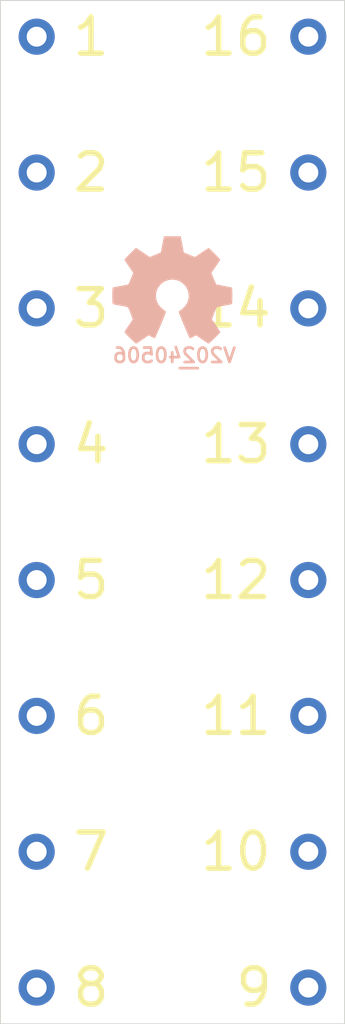
<source format=kicad_pcb>
(kicad_pcb (version 20221018) (generator pcbnew)
  (layers (0 "F.Cu" mixed) (31 "B.Cu" mixed) (34 "B.Paste" user) (35 "F.Paste" user) (36 "B.SilkS" user "B.Silkscreen") (37 "F.SilkS" user "F.Silkscreen") (38 "B.Mask" user) (39 "F.Mask" user) (44 "Edge.Cuts" user))
  (net 0 "")
  (net 1 "Net-(J1-Pin_1)")
  (footprint "mill-max:PC_pin_nail_head_6092" (layer "F.Cu") (at 142.5 62.5)
    (fp_text reference "J1")
    (fp_text value "1" (at 3 0) (layer "F.SilkS") (effects (font (size 2 2) (thickness 0.3))))
    (pad "1" thru_hole circle locked (at 0 0) (size 2 2) (drill 1.1) (layers "*.Cu" "*.Mask") (net 1 "Net-(J1-Pin_1)"))
  )
  (footprint "mill-max:PC_pin_nail_head_6092" (layer "F.Cu") (at 142.5 70)
    (fp_text reference "J2")
    (fp_text value "2" (at 3 0) (layer "F.SilkS") (effects (font (size 2 2) (thickness 0.3))))
    (pad "1" thru_hole circle locked (at 0 0) (size 2 2) (drill 1.1) (layers "*.Cu" "*.Mask") (net 1 "Net-(J1-Pin_1)"))
  )
  (footprint "mill-max:PC_pin_nail_head_6092" (layer "F.Cu") (at 142.5 77.5)
    (fp_text reference "J3")
    (fp_text value "3" (at 3 0) (layer "F.SilkS") (effects (font (size 2 2) (thickness 0.3))))
    (pad "1" thru_hole circle locked (at 0 0) (size 2 2) (drill 1.1) (layers "*.Cu" "*.Mask") (net 1 "Net-(J1-Pin_1)"))
  )
  (footprint "mill-max:PC_pin_nail_head_6092" (layer "F.Cu") (at 142.5 92.5 180)
    (fp_text reference "J5")
    (fp_text value "5" (at -3 0) (layer "F.SilkS") (effects (font (size 2 2) (thickness 0.3))))
    (pad "1" thru_hole circle locked (at 0 0 180) (size 2 2) (drill 1.1) (layers "*.Cu" "*.Mask") (net 1 "Net-(J1-Pin_1)"))
  )
  (footprint "mill-max:PC_pin_nail_head_6092" (layer "F.Cu") (at 142.5 100 180)
    (fp_text reference "J6")
    (fp_text value "6" (at -3 0) (layer "F.SilkS") (effects (font (size 2 2) (thickness 0.3))))
    (pad "1" thru_hole circle locked (at 0 0 180) (size 2 2) (drill 1.1) (layers "*.Cu" "*.Mask") (net 1 "Net-(J1-Pin_1)"))
  )
  (footprint "mill-max:PC_pin_nail_head_6092" (layer "F.Cu") (at 142.5 85 180)
    (fp_text reference "J4")
    (fp_text value "4" (at -3 0) (layer "F.SilkS") (effects (font (size 2 2) (thickness 0.3))))
    (pad "1" thru_hole circle locked (at 0 0 180) (size 2 2) (drill 1.1) (layers "*.Cu" "*.Mask") (net 1 "Net-(J1-Pin_1)"))
  )
  (footprint "mill-max:PC_pin_nail_head_6092" (layer "F.Cu") (at 157.5 100)
    (fp_text reference "J11")
    (fp_text value "11" (at -4 0) (layer "F.SilkS") (effects (font (size 2 2) (thickness 0.3))))
    (pad "1" thru_hole circle locked (at 0 0) (size 2 2) (drill 1.1) (layers "*.Cu" "*.Mask") (net 1 "Net-(J1-Pin_1)"))
  )
  (footprint "mill-max:PC_pin_nail_head_6092" (layer "F.Cu") (at 142.5 115)
    (fp_text reference "J8")
    (fp_text value "8" (at 3 0) (layer "F.SilkS") (effects (font (size 2 2) (thickness 0.3))))
    (pad "1" thru_hole circle locked (at 0 0) (size 2 2) (drill 1.1) (layers "*.Cu" "*.Mask") (net 1 "Net-(J1-Pin_1)"))
  )
  (footprint "mill-max:PC_pin_nail_head_6092" (layer "F.Cu") (at 157.5 62.5)
    (fp_text reference "J16")
    (fp_text value "16" (at -4 0) (layer "F.SilkS") (effects (font (size 2 2) (thickness 0.3))))
    (pad "1" thru_hole circle locked (at 0 0) (size 2 2) (drill 1.1) (layers "*.Cu" "*.Mask") (net 1 "Net-(J1-Pin_1)"))
  )
  (footprint "mill-max:PC_pin_nail_head_6092" (layer "F.Cu") (at 157.5 77.5)
    (fp_text reference "J14")
    (fp_text value "14" (at -4 0) (layer "F.SilkS") (effects (font (size 2 2) (thickness 0.3))))
    (pad "1" thru_hole circle locked (at 0 0) (size 2 2) (drill 1.1) (layers "*.Cu" "*.Mask") (net 1 "Net-(J1-Pin_1)"))
  )
  (footprint "mill-max:PC_pin_nail_head_6092" (layer "F.Cu") (at 157.5 107.5)
    (fp_text reference "J10")
    (fp_text value "10" (at -4 0) (layer "F.SilkS") (effects (font (size 2 2) (thickness 0.3))))
    (pad "1" thru_hole circle locked (at 0 0) (size 2 2) (drill 1.1) (layers "*.Cu" "*.Mask") (net 1 "Net-(J1-Pin_1)"))
  )
  (footprint "mill-max:PC_pin_nail_head_6092" (layer "F.Cu") (at 157.5 85)
    (fp_text reference "J13")
    (fp_text value "13" (at -4 0) (layer "F.SilkS") (effects (font (size 2 2) (thickness 0.3))))
    (pad "1" thru_hole circle locked (at 0 0) (size 2 2) (drill 1.1) (layers "*.Cu" "*.Mask") (net 1 "Net-(J1-Pin_1)"))
  )
  (footprint "mill-max:PC_pin_nail_head_6092" (layer "F.Cu") (at 142.5 107.5)
    (fp_text reference "J7")
    (fp_text value "7" (at 3 0) (layer "F.SilkS") (effects (font (size 2 2) (thickness 0.3))))
    (pad "1" thru_hole circle locked (at 0 0) (size 2 2) (drill 1.1) (layers "*.Cu" "*.Mask") (net 1 "Net-(J1-Pin_1)"))
  )
  (footprint "mill-max:PC_pin_nail_head_6092" (layer "F.Cu") (at 157.5 115)
    (fp_text reference "J9")
    (fp_text value "9" (at -3 0) (layer "F.SilkS") (effects (font (size 2 2) (thickness 0.3))))
    (pad "1" thru_hole circle locked (at 0 0) (size 2 2) (drill 1.1) (layers "*.Cu" "*.Mask") (net 1 "Net-(J1-Pin_1)"))
  )
  (footprint "mill-max:PC_pin_nail_head_6092" (layer "F.Cu") (at 157.5 92.5)
    (fp_text reference "J12")
    (fp_text value "12" (at -4 0) (layer "F.SilkS") (effects (font (size 2 2) (thickness 0.3))))
    (pad "1" thru_hole circle locked (at 0 0) (size 2 2) (drill 1.1) (layers "*.Cu" "*.Mask") (net 1 "Net-(J1-Pin_1)"))
  )
  (footprint "mill-max:PC_pin_nail_head_6092" (layer "F.Cu") (at 157.5 70)
    (fp_text reference "J15")
    (fp_text value "15" (at -4 0) (layer "F.SilkS") (effects (font (size 2 2) (thickness 0.3))))
    (pad "1" thru_hole circle locked (at 0 0) (size 2 2) (drill 1.1) (layers "*.Cu" "*.Mask") (net 1 "Net-(J1-Pin_1)"))
  )
  (footprint "Symbol:OSHW-Symbol_6.7x6mm_SilkScreen" (layer "B.Cu") (at 150 76.5 180)
    (fp_text reference "N2" hide)
    (fp_text value "OHWLOGO" hide)
    (fp_poly (pts (xy 0.555814 2.531069) (xy 0.639635 2.086445) (xy 0.94892 1.958947) (xy 1.258206 1.831449) (xy 1.629246 2.083754) (xy 1.733157 2.154004) (xy 1.827087 2.216728) (xy 1.906652 2.269062) (xy 1.96747 2.308143) (xy 2.005157 2.331107) (xy 2.015421 2.336058) (xy 2.03391 2.323324) (xy 2.07342 2.288118) (xy 2.129522 2.234938) (xy 2.197787 2.168282) (xy 2.273786 2.092646) (xy 2.353092 2.012528) (xy 2.431275 1.932426) (xy 2.503907 1.856836) (xy 2.566559 1.790255) (xy 2.614803 1.737182) (xy 2.64421 1.702113) (xy 2.651241 1.690377) (xy 2.641123 1.66874) (xy 2.612759 1.621338) (xy 2.569129 1.552807) (xy 2.513218 1.467785) (xy 2.448006 1.370907) (xy 2.410219 1.31565) (xy 2.341343 1.214752) (xy 2.28014 1.123701) (xy 2.229578 1.04703) (xy 2.192628 0.989272) (xy 2.172258 0.954957) (xy 2.169197 0.947746) (xy 2.176136 0.927252) (xy 2.195051 0.879487) (xy 2.223087 0.811168) (xy 2.257391 0.729011) (xy 2.295109 0.63973) (xy 2.333387 0.550042) (xy 2.36937 0.466662) (xy 2.400206 0.396306) (xy 2.423039 0.34569) (xy 2.435017 0.321529) (xy 2.435724 0.320578) (xy 2.454531 0.315964) (xy 2.504618 0.305672) (xy 2.580793 0.290713) (xy 2.677865 0.272099) (xy 2.790643 0.250841) (xy 2.856442 0.238582) (xy 2.97695 0.215638) (xy 3.085797 0.193805) (xy 3.177476 0.174278) (xy 3.246481 0.158252) (xy 3.287304 0.146921) (xy 3.295511 0.143326) (xy 3.303548 0.118994) (xy 3.310033 0.064041) (xy 3.31497 -0.015108) (xy 3.318364 -0.112026) (xy 3.320218 -0.220287) (xy 3.320538 -0.333465) (xy 3.319327 -0.445135) (xy 3.31659 -0.548868) (xy 3.312331 -0.638241) (xy 3.306555 -0.706826) (xy 3.299267 -0.748197) (xy 3.294895 -0.75681) (xy 3.268764 -0.767133) (xy 3.213393 -0.781892) (xy 3.136107 -0.799352) (xy 3.04423 -0.81778) (xy 3.012158 -0.823741) (xy 2.857524 -0.852066) (xy 2.735375 -0.874876) (xy 2.641673 -0.89308) (xy 2.572384 -0.907583) (xy 2.523471 -0.919292) (xy 2.490897 -0.929115) (xy 2.470628 -0.937956) (xy 2.458626 -0.946724) (xy 2.456947 -0.948457) (xy 2.440184 -0.976371) (xy 2.414614 -1.030695) (xy 2.382788 -1.104777) (xy 2.34726 -1.191965) (xy 2.310583 -1.285608) (xy 2.275311 -1.379052) (xy 2.243996 -1.465647) (xy 2.219193 -1.53874) (xy 2.203454 -1.591678) (xy 2.199332 -1.617811) (xy 2.199676 -1.618726) (xy 2.213641 -1.640086) (xy 2.245322 -1.687084) (xy 2.291391 -1.754827) (xy 2.348518 -1.838423) (xy 2.413373 -1.932982) (xy 2.431843 -1.959854) (xy 2.497699 -2.057275) (xy 2.55565 -2.146163) (xy 2.602538 -2.221412) (xy 2.635207 -2.27792) (xy 2.6505 -2.310581) (xy 2.651241 -2.314593) (xy 2.638392 -2.335684) (xy 2.602888 -2.377464) (xy 2.549293 -2.435445) (xy 2.482171 -2.505135) (xy 2.406087 -2.582045) (xy 2.325604 -2.661683) (xy 2.245287 -2.739561) (xy 2.169699 -2.811186) (xy 2.103405 -2.87207) (xy 2.050969 -2.917721) (xy 2.016955 -2.94365) (xy 2.007545 -2.947883) (xy 1.985643 -2.937912) (xy 1.9408 -2.91102) (xy 1.880321 -2.871736) (xy 1.833789 -2.840117) (xy 1.749475 -2.782098) (xy 1.649626 -2.713784) (xy 1.549473 -2.645579) (xy 1.495627 -2.609075) (xy 1.313371 -2.4858) (xy 1.160381 -2.56852) (xy 1.090682 -2.604759) (xy 1.031414 -2.632926) (xy 0.991311 -2.648991) (xy 0.981103 -2.651226) (xy 0.968829 -2.634722) (xy 0.944613 -2.588082) (xy 0.910263 -2.515609) (xy 0.867588 -2.421606) (xy 0.818394 -2.310374) (xy 0.76449 -2.186215) (xy 0.707684 -2.053432) (xy 0.649782 -1.916327) (xy 0.592593 -1.779202) (xy 0.537924 -1.646358) (xy 0.487584 -1.522098) (xy 0.44338 -1.410725) (xy 0.407119 -1.316539) (xy 0.380609 -1.243844) (xy 0.365658 -1.196941) (xy 0.363254 -1.180833) (xy 0.382311 -1.160286) (xy 0.424036 -1.126933) (xy 0.479706 -1.087702) (xy 0.484378 -1.084599) (xy 0.628264 -0.969423) (xy 0.744283 -0.835053) (xy 0.83143 -0.685784) (xy 0.888699 -0.525913) (xy 0.915086 -0.359737) (xy 0.909585 -0.191552) (xy 0.87119 -0.025655) (xy 0.798895 0.133658) (xy 0.777626 0.168513) (xy 0.666996 0.309263) (xy 0.536302 0.422286) (xy 0.390064 0.506997) (xy 0.232808 0.562806) (xy 0.069057 0.589126) (xy -0.096667 0.58537) (xy -0.259838 0.55095) (xy -0.415935 0.485277) (xy -0.560433 0.387765) (xy -0.605131 0.348187) (xy -0.718888 0.224297) (xy -0.801782 0.093876) (xy -0.858644 -0.052315) (xy -0.890313 -0.197088) (xy -0.898131 -0.35986) (xy -0.872062 -0.52344) (xy -0.814755 -0.682298) (xy -0.728856 -0.830906) (xy -0.617014 -0.963735) (xy -0.481877 -1.075256) (xy -0.464117 -1.087011) (xy -0.40785 -1.125508) (xy -0.365077 -1.158863) (xy -0.344628 -1.18016) (xy -0.344331 -1.180833) (xy -0.348721 -1.203871) (xy -0.366124 -1.256157) (xy -0.394732 -1.33339) (xy -0.432735 -1.431268) (xy -0.478326 -1.545491) (xy -0.529697 -1.671758) (xy -0.585038 -1.805767) (xy -0.642542 -1.943218) (xy -0.700399 -2.079808) (xy -0.756802 -2.211237) (xy -0.809942 -2.333205) (xy -0.85801 -2.441409) (xy -0.899199 -2.531549) (xy -0.931699 -2.599323) (xy -0.953703 -2.64043) (xy -0.962564 -2.651226) (xy -0.98964 -2.642819) (xy -1.040303 -2.620272) (xy -1.105817 -2.587613) (xy -1.141841 -2.56852) (xy -1.294832 -2.4858) (xy -1.477088 -2.609075) (xy -1.570125 -2.672228) (xy -1.671985 -2.741727) (xy -1.767438 -2.807165) (xy -1.81525 -2.840117) (xy -1.882495 -2.885273) (xy -1.939436 -2.921057) (xy -1.978646 -2.942938) (xy -1.991381 -2.947563) (xy -2.009917 -2.935085) (xy -2.050941 -2.900252) (xy -2.110475 -2.846678) (xy -2.184542 -2.777983) (xy -2.269165 -2.697781) (xy -2.322685 -2.646286) (xy -2.416319 -2.554286) (xy -2.497241 -2.471999) (xy -2.562177 -2.402945) (xy -2.607858 -2.350644) (xy -2.631011 -2.318616) (xy -2.633232 -2.312116) (xy -2.622924 -2.287394) (xy -2.594439 -2.237405) (xy -2.550937 -2.167212) (xy -2.495577 -2.081875) (xy -2.43152 -1.986456) (xy -2.413303 -1.959854) (xy -2.346927 -1.863167) (xy -2.287378 -1.776117) (xy -2.237984 -1.703595) (xy -2.202075 -1.650493) (xy -2.182981 -1.621703) (xy -2.181136 -1.618726) (xy -2.183895 -1.595782) (xy -2.198538 -1.545336) (xy -2.222513 -1.474041) (xy -2.253266 -1.388547) (xy -2.288244 -1.295507) (xy -2.324893 -1.201574) (xy -2.360661 -1.113399) (xy -2.392994 -1.037634) (xy -2.419338 -0.980931) (xy -2.437142 -0.949943) (xy -2.438407 -0.948457) (xy -2.449294 -0.939601) (xy -2.467682 -0.930843) (xy -2.497606 -0.921277) (xy -2.543103 -0.909996) (xy -2.608209 -0.896093) (xy -2.696961 -0.878663) (xy -2.813393 -0.856798) (xy -2.961542 -0.829591) (xy -2.993618 -0.823741) (xy -3.088686 -0.805374) (xy -3.171565 -0.787405) (xy -3.23493 -0.771569) (xy -3.271458 -0.7596) (xy -3.276356 -0.75681) (xy -3.284427 -0.732072) (xy -3.290987 -0.67679) (xy -3.296033 -0.597389) (xy -3.299559 -0.500296) (xy -3.301561 -0.391938) (xy -3.302036 -0.27874) (xy -3.300977 -0.167128) (xy -3.298382 -0.063529) (xy -3.294246 0.025632) (xy -3.288563 0.093928) (xy -3.281331 0.134934) (xy -3.276971 0.143326) (xy -3.252698 0.151792) (xy -3.197426 0.165565) (xy -3.116662 0.18345) (xy -3.015912 0.204252) (xy -2.900683 0.226777) (xy -2.837902 0.238582) (xy -2.718787 0.260849) (xy -2.612565 0.281021) (xy -2.524427 0.298085) (xy -2.459566 0.311031) (xy -2.423174 0.318845) (xy -2.417184 0.320578) (xy -2.407061 0.34011) (xy -2.385662 0.387157) (xy -2.355839 0.454997) (xy -2.320445 0.536909) (xy -2.282332 0.626172) (xy -2.244353 0.716065) (xy -2.20936 0.799865) (xy -2.180206 0.870853) (xy -2.159743 0.922306) (xy -2.150823 0.947503) (xy -2.150657 0.948604) (xy -2.160769 0.968481) (xy -2.189117 1.014223) (xy -2.232723 1.081283) (xy -2.288606 1.165116) (xy -2.353787 1.261174) (xy -2.391679 1.31635) (xy -2.460725 1.417519) (xy -2.52205 1.50937) (xy -2.572663 1.587256) (xy -2.609571 1.646531) (xy -2.629782 1.682549) (xy -2.632701 1.690623) (xy -2.620153 1.709416) (xy -2.585463 1.749543) (xy -2.533063 1.806507) (xy -2.467384 1.875815) (xy -2.392856 1.952969) (xy -2.313913 2.033475) (xy -2.234983 2.112837) (xy -2.1605 2.18656) (xy -2.094894 2.250148) (xy -2.042596 2.299106) (xy -2.008039 2.328939) (xy -1.996478 2.336058) (xy -1.977654 2.326047) (xy -1.932631 2.297922) (xy -1.865787 2.254546) (xy -1.781499 2.198782) (xy -1.684144 2.133494) (xy -1.610707 2.083754) (xy -1.239667 1.831449) (xy -0.621095 2.086445) (xy -0.537275 2.531069) (xy -0.453454 2.975693) (xy 0.471994 2.975693) (xy 0.555814 2.531069)) (stroke (width 0.01)) (fill solid) (layer "B.SilkS"))
  )
  (footprint "SquantorLabels:Label_Generic" (layer "B.Cu") (at 150.9 80.2 180)
    (fp_text reference "N1" hide)
    (fp_text value "V20240506" (at 0.8 0.1) (layer "B.SilkS") (effects (font (size 0.8 0.8)) (justify mirror)))
    (fp_line (start -0.5 -0.6) (end 0.5 -0.6) (stroke (width 0.15)) (layer "B.SilkS"))
  )
  (gr_line (start 140.5 117) (end 159.5 117) (stroke (width 0.05)) (layer "Edge.Cuts"))
  (gr_line (start 159.5 60.5) (end 159.5 117) (stroke (width 0.05)) (layer "Edge.Cuts"))
  (gr_line (start 159.5 60.5) (end 140.5 60.5) (stroke (width 0.05)) (layer "Edge.Cuts"))
  (gr_line (start 140.5 117) (end 140.5 60.5) (stroke (width 0.05)) (layer "Edge.Cuts"))
)
</source>
